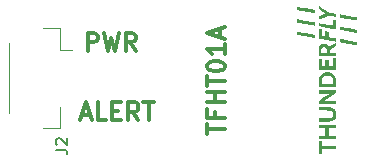
<source format=gbr>
G04 #@! TF.GenerationSoftware,KiCad,Pcbnew,(5.99.0-10394-g2e15de97e0)*
G04 #@! TF.CreationDate,2021-04-26T16:11:07+02:00*
G04 #@! TF.ProjectId,TFHT01A,54464854-3031-4412-9e6b-696361645f70,REV*
G04 #@! TF.SameCoordinates,PX78dfd90PY8290510*
G04 #@! TF.FileFunction,Legend,Top*
G04 #@! TF.FilePolarity,Positive*
%FSLAX46Y46*%
G04 Gerber Fmt 4.6, Leading zero omitted, Abs format (unit mm)*
G04 Created by KiCad (PCBNEW (5.99.0-10394-g2e15de97e0)) date 2021-04-26 16:11:07*
%MOMM*%
%LPD*%
G01*
G04 APERTURE LIST*
%ADD10C,0.300000*%
%ADD11C,0.150000*%
%ADD12C,0.120000*%
G04 APERTURE END LIST*
D10*
X-119894658Y146743028D02*
X-119894658Y148243028D01*
X-119323229Y148243028D01*
X-119180372Y148171600D01*
X-119108943Y148100171D01*
X-119037515Y147957314D01*
X-119037515Y147743028D01*
X-119108943Y147600171D01*
X-119180372Y147528742D01*
X-119323229Y147457314D01*
X-119894658Y147457314D01*
X-118537515Y148243028D02*
X-118180372Y146743028D01*
X-117894658Y147814457D01*
X-117608943Y146743028D01*
X-117251800Y148243028D01*
X-115823229Y146743028D02*
X-116323229Y147457314D01*
X-116680372Y146743028D02*
X-116680372Y148243028D01*
X-116108943Y148243028D01*
X-115966086Y148171600D01*
X-115894658Y148100171D01*
X-115823229Y147957314D01*
X-115823229Y147743028D01*
X-115894658Y147600171D01*
X-115966086Y147528742D01*
X-116108943Y147457314D01*
X-116680372Y147457314D01*
X-109787429Y139721200D02*
X-109787429Y140578342D01*
X-108287429Y140149771D02*
X-109787429Y140149771D01*
X-109073143Y141578342D02*
X-109073143Y141078342D01*
X-108287429Y141078342D02*
X-109787429Y141078342D01*
X-109787429Y141792628D01*
X-108287429Y142364057D02*
X-109787429Y142364057D01*
X-109073143Y142364057D02*
X-109073143Y143221200D01*
X-108287429Y143221200D02*
X-109787429Y143221200D01*
X-109787429Y143721200D02*
X-109787429Y144578342D01*
X-108287429Y144149771D02*
X-109787429Y144149771D01*
X-109787429Y145364057D02*
X-109787429Y145506914D01*
X-109716000Y145649771D01*
X-109644572Y145721200D01*
X-109501715Y145792628D01*
X-109216000Y145864057D01*
X-108858858Y145864057D01*
X-108573143Y145792628D01*
X-108430286Y145721200D01*
X-108358858Y145649771D01*
X-108287429Y145506914D01*
X-108287429Y145364057D01*
X-108358858Y145221200D01*
X-108430286Y145149771D01*
X-108573143Y145078342D01*
X-108858858Y145006914D01*
X-109216000Y145006914D01*
X-109501715Y145078342D01*
X-109644572Y145149771D01*
X-109716000Y145221200D01*
X-109787429Y145364057D01*
X-108287429Y147292628D02*
X-108287429Y146435485D01*
X-108287429Y146864057D02*
X-109787429Y146864057D01*
X-109573143Y146721200D01*
X-109430286Y146578342D01*
X-109358858Y146435485D01*
X-108716000Y147864057D02*
X-108716000Y148578342D01*
X-108287429Y147721200D02*
X-109787429Y148221200D01*
X-108287429Y148721200D01*
X-120372486Y141304200D02*
X-119658200Y141304200D01*
X-120515343Y140875628D02*
X-120015343Y142375628D01*
X-119515343Y140875628D01*
X-118301058Y140875628D02*
X-119015343Y140875628D01*
X-119015343Y142375628D01*
X-117801058Y141661342D02*
X-117301058Y141661342D01*
X-117086772Y140875628D02*
X-117801058Y140875628D01*
X-117801058Y142375628D01*
X-117086772Y142375628D01*
X-115586772Y140875628D02*
X-116086772Y141589914D01*
X-116443915Y140875628D02*
X-116443915Y142375628D01*
X-115872486Y142375628D01*
X-115729629Y142304200D01*
X-115658200Y142232771D01*
X-115586772Y142089914D01*
X-115586772Y141875628D01*
X-115658200Y141732771D01*
X-115729629Y141661342D01*
X-115872486Y141589914D01*
X-116443915Y141589914D01*
X-115158200Y142375628D02*
X-114301058Y142375628D01*
X-114729629Y140875628D02*
X-114729629Y142375628D01*
D11*
G04 #@! TO.C,J2*
X-122594620Y138350666D02*
X-121880334Y138350666D01*
X-121737477Y138303047D01*
X-121642239Y138207809D01*
X-121594620Y138064952D01*
X-121594620Y137969714D01*
X-122499381Y138779238D02*
X-122547000Y138826857D01*
X-122594620Y138922095D01*
X-122594620Y139160190D01*
X-122547000Y139255428D01*
X-122499381Y139303047D01*
X-122404143Y139350666D01*
X-122308905Y139350666D01*
X-122166048Y139303047D01*
X-121594620Y138731619D01*
X-121594620Y139350666D01*
G04 #@! TO.C,G\u002A\u002A\u002A*
G36*
X-97871599Y147611004D02*
G01*
X-97762815Y147591895D01*
X-97657410Y147573371D01*
X-97557085Y147555731D01*
X-97463540Y147539275D01*
X-97378476Y147524302D01*
X-97303594Y147511112D01*
X-97240594Y147500003D01*
X-97191176Y147491276D01*
X-97157041Y147485230D01*
X-97143852Y147482879D01*
X-97058909Y147467642D01*
X-97058909Y147335574D01*
X-97059015Y147283953D01*
X-97059607Y147247905D01*
X-97061100Y147224636D01*
X-97063911Y147211354D01*
X-97068453Y147205264D01*
X-97075143Y147203575D01*
X-97078531Y147203506D01*
X-97090200Y147205046D01*
X-97118082Y147209473D01*
X-97160514Y147216495D01*
X-97215827Y147225821D01*
X-97282358Y147237158D01*
X-97358439Y147250216D01*
X-97442406Y147264703D01*
X-97532592Y147280327D01*
X-97627332Y147296796D01*
X-97724960Y147313820D01*
X-97823810Y147331107D01*
X-97922216Y147348364D01*
X-98018513Y147365302D01*
X-98111036Y147381627D01*
X-98198117Y147397048D01*
X-98278092Y147411275D01*
X-98349295Y147424015D01*
X-98410059Y147434977D01*
X-98458720Y147443869D01*
X-98493611Y147450399D01*
X-98513067Y147454277D01*
X-98516638Y147455209D01*
X-98517487Y147464907D01*
X-98517886Y147489641D01*
X-98517828Y147526089D01*
X-98517305Y147570927D01*
X-98516953Y147590983D01*
X-98514405Y147723893D01*
X-97871599Y147611004D01*
G37*
G36*
X-100325535Y144000957D02*
G01*
X-100324215Y144089810D01*
X-100322894Y144162521D01*
X-100321440Y144221313D01*
X-100319721Y144268411D01*
X-100317606Y144306037D01*
X-100314961Y144336414D01*
X-100311655Y144361767D01*
X-100307557Y144384319D01*
X-100302533Y144406292D01*
X-100301133Y144411893D01*
X-100264815Y144521407D01*
X-100214510Y144619325D01*
X-100150798Y144705060D01*
X-100074254Y144778023D01*
X-99985458Y144837628D01*
X-99884986Y144883287D01*
X-99817146Y144904317D01*
X-99731823Y144920682D01*
X-99637420Y144928868D01*
X-99540723Y144928803D01*
X-99448522Y144920416D01*
X-99387155Y144908805D01*
X-99279432Y144874051D01*
X-99181825Y144824941D01*
X-99095454Y144762350D01*
X-99021436Y144687158D01*
X-98960891Y144600241D01*
X-98937641Y144556080D01*
X-98922397Y144523746D01*
X-98909801Y144495070D01*
X-98899580Y144467895D01*
X-98891461Y144440063D01*
X-98885171Y144409419D01*
X-98880438Y144373804D01*
X-98876989Y144331064D01*
X-98874551Y144279039D01*
X-98872851Y144215575D01*
X-98871617Y144138514D01*
X-98870577Y144045699D01*
X-98870357Y144023914D01*
X-98866780Y143668076D01*
X-100330184Y143668076D01*
X-100326465Y143934381D01*
X-100080095Y143934381D01*
X-99106704Y143934381D01*
X-99106704Y144103813D01*
X-99107270Y144161663D01*
X-99108840Y144216721D01*
X-99111221Y144264920D01*
X-99114219Y144302194D01*
X-99117037Y144321908D01*
X-99142474Y144400068D01*
X-99183075Y144468389D01*
X-99238042Y144526114D01*
X-99306574Y144572486D01*
X-99387874Y144606747D01*
X-99429725Y144618322D01*
X-99485798Y144627374D01*
X-99552969Y144631803D01*
X-99624582Y144631684D01*
X-99693981Y144627094D01*
X-99754510Y144618106D01*
X-99770255Y144614484D01*
X-99833823Y144595325D01*
X-99885109Y144572418D01*
X-99930188Y144542575D01*
X-99965107Y144512285D01*
X-99999244Y144476785D01*
X-100026175Y144440365D01*
X-100046671Y144400325D01*
X-100061505Y144353971D01*
X-100071449Y144298604D01*
X-100077275Y144231529D01*
X-100079756Y144150048D01*
X-100079986Y144111152D01*
X-100080095Y143934381D01*
X-100326465Y143934381D01*
X-100325535Y144000957D01*
G37*
G36*
X-98498335Y149816335D02*
G01*
X-98486144Y149814038D01*
X-98457310Y149808841D01*
X-98413282Y149801001D01*
X-98355509Y149790773D01*
X-98285440Y149778411D01*
X-98204526Y149764172D01*
X-98114214Y149748311D01*
X-98015955Y149731083D01*
X-97911198Y149712743D01*
X-97801393Y149693546D01*
X-97793544Y149692175D01*
X-97683299Y149672906D01*
X-97577896Y149654461D01*
X-97478798Y149637097D01*
X-97387467Y149621071D01*
X-97305364Y149606641D01*
X-97233953Y149594063D01*
X-97174694Y149583596D01*
X-97129050Y149575496D01*
X-97098484Y149570021D01*
X-97084457Y149567427D01*
X-97084163Y149567367D01*
X-97058909Y149562061D01*
X-97058909Y149429638D01*
X-97059329Y149374505D01*
X-97060703Y149335712D01*
X-97063206Y149311251D01*
X-97067011Y149299114D01*
X-97070388Y149296875D01*
X-97081033Y149298373D01*
X-97108378Y149302816D01*
X-97151036Y149309965D01*
X-97207619Y149319582D01*
X-97276740Y149331428D01*
X-97357012Y149345264D01*
X-97447047Y149360851D01*
X-97545458Y149377951D01*
X-97650856Y149396325D01*
X-97761856Y149415734D01*
X-97800432Y149422493D01*
X-98518996Y149548450D01*
X-98518996Y149820992D01*
X-98498335Y149816335D01*
G37*
G36*
X-98867948Y143153850D02*
G01*
X-99360424Y142825550D01*
X-99852899Y142497251D01*
X-99360424Y142494876D01*
X-98867948Y142492500D01*
X-98867948Y142226355D01*
X-100328035Y142226355D01*
X-100328030Y142357211D01*
X-100328025Y142488068D01*
X-99862935Y142795697D01*
X-99397844Y143103325D01*
X-99863184Y143105705D01*
X-100328525Y143108085D01*
X-100323443Y143378813D01*
X-99595695Y143381164D01*
X-98867948Y143383515D01*
X-98867948Y143153850D01*
G37*
G36*
X-100322708Y146620389D02*
G01*
X-100322308Y146716602D01*
X-100321418Y146796629D01*
X-100319786Y146862650D01*
X-100317158Y146916843D01*
X-100313282Y146961389D01*
X-100307904Y146998466D01*
X-100300772Y147030252D01*
X-100291632Y147058928D01*
X-100280231Y147086672D01*
X-100266316Y147115664D01*
X-100264853Y147118564D01*
X-100218843Y147191265D01*
X-100161839Y147249276D01*
X-100093920Y147292530D01*
X-100021782Y147319257D01*
X-99973929Y147327813D01*
X-99915749Y147331943D01*
X-99853493Y147331775D01*
X-99793413Y147327437D01*
X-99741760Y147319057D01*
X-99720137Y147313087D01*
X-99643043Y147277703D01*
X-99576028Y147227074D01*
X-99519663Y147161667D01*
X-99502113Y147134634D01*
X-99488525Y147112206D01*
X-99479370Y147097393D01*
X-99477535Y147094592D01*
X-99469180Y147098034D01*
X-99446484Y147109284D01*
X-99411252Y147127398D01*
X-99365288Y147151433D01*
X-99310398Y147180444D01*
X-99248386Y147213487D01*
X-99181058Y147249618D01*
X-99179045Y147250702D01*
X-99111294Y147287164D01*
X-99048590Y147320858D01*
X-98992784Y147350795D01*
X-98945724Y147375985D01*
X-98909259Y147395438D01*
X-98885239Y147408164D01*
X-98875513Y147413174D01*
X-98875491Y147413183D01*
X-98872986Y147405559D01*
X-98870833Y147382516D01*
X-98869181Y147347000D01*
X-98868181Y147301955D01*
X-98867948Y147264748D01*
X-98867948Y147113251D01*
X-99131957Y146976399D01*
X-99395967Y146839547D01*
X-99401049Y146569883D01*
X-98867948Y146569883D01*
X-98867948Y146294285D01*
X-99595695Y146296636D01*
X-99627975Y146296740D01*
X-100323443Y146298987D01*
X-100322823Y146569883D01*
X-100100810Y146569883D01*
X-99627975Y146569883D01*
X-99632361Y146719106D01*
X-99635036Y146786711D01*
X-99638741Y146838432D01*
X-99643731Y146876733D01*
X-99650261Y146904080D01*
X-99651985Y146909021D01*
X-99680884Y146966168D01*
X-99719552Y147008144D01*
X-99768888Y147035553D01*
X-99829794Y147049000D01*
X-99863393Y147050672D01*
X-99931726Y147043854D01*
X-99988779Y147022933D01*
X-100034093Y146988193D01*
X-100067209Y146939918D01*
X-100076270Y146918705D01*
X-100083080Y146893731D01*
X-100088369Y146858518D01*
X-100092386Y146810625D01*
X-100095380Y146747607D01*
X-100096167Y146723697D01*
X-100100810Y146569883D01*
X-100322823Y146569883D01*
X-100322708Y146620389D01*
G37*
G36*
X-98867948Y140196926D02*
G01*
X-99492387Y140196926D01*
X-99492387Y139535754D01*
X-98867948Y139535754D01*
X-98867948Y139269449D01*
X-100328035Y139269449D01*
X-100328035Y139535754D01*
X-99749510Y139535754D01*
X-99749510Y140196664D01*
X-100036476Y140199091D01*
X-100323443Y140201517D01*
X-100325984Y140336966D01*
X-100328526Y140472414D01*
X-98867948Y140472414D01*
X-98867948Y140196926D01*
G37*
G36*
X-102093704Y148347142D02*
G01*
X-102079249Y148344627D01*
X-102048182Y148339189D01*
X-102001981Y148331087D01*
X-101942121Y148320581D01*
X-101870080Y148307930D01*
X-101787335Y148293394D01*
X-101695361Y148277231D01*
X-101595636Y148259702D01*
X-101489636Y148241065D01*
X-101378838Y148221580D01*
X-101365706Y148219271D01*
X-100672395Y148097328D01*
X-100669853Y147962637D01*
X-100669175Y147907904D01*
X-100669638Y147869306D01*
X-100671393Y147844635D01*
X-100674591Y147831688D01*
X-100679036Y147828236D01*
X-100689722Y147829839D01*
X-100717103Y147834395D01*
X-100759790Y147841661D01*
X-100816393Y147851397D01*
X-100885521Y147863362D01*
X-100965783Y147877313D01*
X-101055791Y147893011D01*
X-101154153Y147910212D01*
X-101259480Y147928677D01*
X-101370381Y147948163D01*
X-101407030Y147954612D01*
X-102123299Y148080698D01*
X-102128391Y148353072D01*
X-102093704Y148347142D01*
G37*
G36*
X-99104408Y149366555D02*
G01*
X-99086275Y149363011D01*
X-99055499Y149357371D01*
X-99017545Y149350627D01*
X-99001100Y149347760D01*
X-98961031Y149340742D01*
X-98925161Y149334327D01*
X-98899308Y149329559D01*
X-98893201Y149328372D01*
X-98867948Y149323305D01*
X-98867948Y148938351D01*
X-98868058Y148840228D01*
X-98868416Y148759122D01*
X-98869062Y148693687D01*
X-98870035Y148642576D01*
X-98871377Y148604440D01*
X-98873127Y148577934D01*
X-98875325Y148561710D01*
X-98878012Y148554421D01*
X-98879426Y148553697D01*
X-98890073Y148555303D01*
X-98917415Y148559862D01*
X-98960064Y148567134D01*
X-99016630Y148576878D01*
X-99085724Y148588851D01*
X-99165955Y148602812D01*
X-99255936Y148618520D01*
X-99354275Y148635733D01*
X-99459584Y148654210D01*
X-99570473Y148673709D01*
X-99607174Y148680172D01*
X-100323443Y148806347D01*
X-100325984Y148941586D01*
X-100326502Y148989047D01*
X-100326228Y149029227D01*
X-100325240Y149058924D01*
X-100323616Y149074936D01*
X-100322677Y149076825D01*
X-100312233Y149075274D01*
X-100285559Y149070841D01*
X-100244507Y149063849D01*
X-100190931Y149054625D01*
X-100126683Y149043495D01*
X-100053616Y149030784D01*
X-99973584Y149016818D01*
X-99888438Y149001922D01*
X-99800033Y148986423D01*
X-99710221Y148970645D01*
X-99620855Y148954915D01*
X-99533787Y148939558D01*
X-99450872Y148924899D01*
X-99373961Y148911266D01*
X-99304907Y148898982D01*
X-99245565Y148888374D01*
X-99197786Y148879768D01*
X-99163423Y148873489D01*
X-99144329Y148869863D01*
X-99141140Y148869162D01*
X-99136392Y148868762D01*
X-99132681Y148872030D01*
X-99129880Y148880927D01*
X-99127862Y148897413D01*
X-99126500Y148923450D01*
X-99125667Y148960998D01*
X-99125237Y149012018D01*
X-99125083Y149078472D01*
X-99125070Y149117704D01*
X-99125070Y149371028D01*
X-99104408Y149366555D01*
G37*
G36*
X-102111092Y150444099D02*
G01*
X-102084463Y150439688D01*
X-102042488Y150432575D01*
X-101986539Y150422997D01*
X-101917986Y150411189D01*
X-101838201Y150397390D01*
X-101748556Y150381836D01*
X-101650422Y150364764D01*
X-101545171Y150346411D01*
X-101434173Y150327014D01*
X-101390959Y150319451D01*
X-100667803Y150192844D01*
X-100667803Y149920195D01*
X-100693056Y149925477D01*
X-100706000Y149927878D01*
X-100735574Y149933176D01*
X-100780317Y149941115D01*
X-100838767Y149951437D01*
X-100909461Y149963886D01*
X-100990938Y149978204D01*
X-101081735Y149994134D01*
X-101180390Y150011418D01*
X-101285441Y150029800D01*
X-101395427Y150049023D01*
X-101402438Y150050247D01*
X-101512543Y150069492D01*
X-101617702Y150087900D01*
X-101716464Y150105215D01*
X-101807380Y150121182D01*
X-101889000Y150135545D01*
X-101959876Y150148049D01*
X-102018558Y150158439D01*
X-102063597Y150166460D01*
X-102093543Y150171855D01*
X-102106947Y150174370D01*
X-102107228Y150174432D01*
X-102115282Y150176912D01*
X-102120914Y150182003D01*
X-102124556Y150192589D01*
X-102126641Y150211556D01*
X-102127604Y150241792D01*
X-102127877Y150286182D01*
X-102127890Y150312104D01*
X-102127442Y150359198D01*
X-102126209Y150399029D01*
X-102124360Y150428350D01*
X-102122061Y150443915D01*
X-102121003Y150445570D01*
X-102111092Y150444099D01*
G37*
G36*
X-98867948Y145137345D02*
G01*
X-100328035Y145137345D01*
X-100328035Y146074005D01*
X-100061729Y146074005D01*
X-100061729Y145412833D01*
X-99758983Y145412833D01*
X-99756542Y145667660D01*
X-99754101Y145922486D01*
X-99492387Y145927582D01*
X-99492387Y145412833D01*
X-99125070Y145412833D01*
X-99125070Y146092371D01*
X-98867948Y146092371D01*
X-98867948Y145137345D01*
G37*
G36*
X-99820677Y141948636D02*
G01*
X-99711158Y141947921D01*
X-99618378Y141947238D01*
X-99540713Y141946520D01*
X-99476535Y141945699D01*
X-99424219Y141944705D01*
X-99382139Y141943473D01*
X-99348669Y141941932D01*
X-99322183Y141940017D01*
X-99301056Y141937658D01*
X-99283662Y141934787D01*
X-99268373Y141931337D01*
X-99253566Y141927240D01*
X-99244598Y141924553D01*
X-99144588Y141886137D01*
X-99057695Y141835812D01*
X-98984497Y141774121D01*
X-98925570Y141701606D01*
X-98881495Y141618810D01*
X-98862989Y141566379D01*
X-98854728Y141531303D01*
X-98846665Y141485355D01*
X-98839670Y141435078D01*
X-98834608Y141387013D01*
X-98832347Y141347701D01*
X-98832423Y141335851D01*
X-98834134Y141309667D01*
X-98837395Y141273586D01*
X-98841016Y141239737D01*
X-98860899Y141139422D01*
X-98895817Y141048365D01*
X-98945038Y140967645D01*
X-99007830Y140898341D01*
X-99083460Y140841532D01*
X-99127782Y140817208D01*
X-99163077Y140800899D01*
X-99198233Y140786939D01*
X-99234927Y140775165D01*
X-99274835Y140765414D01*
X-99319637Y140757522D01*
X-99371008Y140751327D01*
X-99430627Y140746664D01*
X-99500172Y140743372D01*
X-99581318Y140741287D01*
X-99675745Y140740246D01*
X-99785129Y140740085D01*
X-99911147Y140740642D01*
X-99914802Y140740666D01*
X-100323443Y140743311D01*
X-100325984Y140878759D01*
X-100328526Y141014207D01*
X-99897347Y141014207D01*
X-99793747Y141014431D01*
X-99698211Y141015079D01*
X-99612393Y141016120D01*
X-99537951Y141017521D01*
X-99476540Y141019249D01*
X-99429815Y141021271D01*
X-99399434Y141023556D01*
X-99395100Y141024092D01*
X-99310508Y141041234D01*
X-99241466Y141067488D01*
X-99187095Y141103753D01*
X-99146516Y141150933D01*
X-99118852Y141209929D01*
X-99103221Y141281643D01*
X-99099408Y141327464D01*
X-99101225Y141411214D01*
X-99115268Y141481730D01*
X-99142334Y141540156D01*
X-99183218Y141587634D01*
X-99238715Y141625305D01*
X-99309622Y141654312D01*
X-99331662Y141660848D01*
X-99347447Y141664889D01*
X-99364301Y141668303D01*
X-99383931Y141671158D01*
X-99408040Y141673525D01*
X-99438332Y141675471D01*
X-99476513Y141677067D01*
X-99524287Y141678381D01*
X-99583358Y141679483D01*
X-99655432Y141680440D01*
X-99742212Y141681323D01*
X-99845404Y141682201D01*
X-99862001Y141682333D01*
X-100328035Y141686023D01*
X-100328035Y141951864D01*
X-99820677Y141948636D01*
G37*
G36*
X-101457536Y149277654D02*
G01*
X-101347643Y149258320D01*
X-101241727Y149239696D01*
X-101141379Y149222061D01*
X-101048191Y149205695D01*
X-100963755Y149190875D01*
X-100889662Y149177882D01*
X-100827503Y149166995D01*
X-100778872Y149158493D01*
X-100745359Y149152656D01*
X-100729788Y149149970D01*
X-100667803Y149139446D01*
X-100667803Y148865267D01*
X-100688465Y148870223D01*
X-100700604Y148872564D01*
X-100729409Y148877819D01*
X-100773457Y148885735D01*
X-100831323Y148896062D01*
X-100901583Y148908545D01*
X-100982813Y148922932D01*
X-101073589Y148938971D01*
X-101172486Y148956410D01*
X-101278081Y148974996D01*
X-101388949Y148994475D01*
X-101415649Y148999162D01*
X-101527032Y149018739D01*
X-101633092Y149037444D01*
X-101732450Y149055028D01*
X-101823729Y149071245D01*
X-101905549Y149085848D01*
X-101976532Y149098591D01*
X-102035300Y149109225D01*
X-102080475Y149117506D01*
X-102110677Y149123184D01*
X-102124529Y149126015D01*
X-102125284Y149126255D01*
X-102126222Y149136045D01*
X-102126695Y149160861D01*
X-102126690Y149197368D01*
X-102126193Y149242234D01*
X-102125847Y149262090D01*
X-102123299Y149394812D01*
X-101457536Y149277654D01*
G37*
G36*
X-100287890Y148626271D02*
G01*
X-100251872Y148621099D01*
X-100208226Y148613898D01*
X-100196885Y148611898D01*
X-100151661Y148603908D01*
X-100113021Y148597238D01*
X-100084520Y148592491D01*
X-100069715Y148590269D01*
X-100068617Y148590179D01*
X-100066955Y148581343D01*
X-100065437Y148556302D01*
X-100064114Y148517213D01*
X-100063034Y148466237D01*
X-100062249Y148405533D01*
X-100061808Y148337259D01*
X-100061729Y148292335D01*
X-100061729Y147994540D01*
X-100013519Y147984984D01*
X-99981481Y147978870D01*
X-99939159Y147971108D01*
X-99894375Y147963127D01*
X-99882662Y147961083D01*
X-99843339Y147954163D01*
X-99808946Y147947939D01*
X-99784943Y147943407D01*
X-99779354Y147942264D01*
X-99758693Y147937791D01*
X-99758693Y148167539D01*
X-99758488Y148241837D01*
X-99757820Y148299451D01*
X-99756604Y148342058D01*
X-99754757Y148371338D01*
X-99752193Y148388968D01*
X-99748831Y148396626D01*
X-99747214Y148397273D01*
X-99734570Y148395688D01*
X-99708225Y148391457D01*
X-99672522Y148385355D01*
X-99631804Y148378154D01*
X-99590417Y148370629D01*
X-99552702Y148363552D01*
X-99523004Y148357696D01*
X-99513049Y148355585D01*
X-99492387Y148351023D01*
X-99492387Y147892576D01*
X-99471726Y147887888D01*
X-99457395Y147885127D01*
X-99427568Y147879743D01*
X-99384855Y147872193D01*
X-99331865Y147862936D01*
X-99271208Y147852430D01*
X-99207716Y147841515D01*
X-99140273Y147829914D01*
X-99076282Y147818817D01*
X-99018741Y147808751D01*
X-98970646Y147800242D01*
X-98934994Y147793817D01*
X-98916158Y147790279D01*
X-98867948Y147780729D01*
X-98867948Y147648227D01*
X-98868175Y147595876D01*
X-98869053Y147559210D01*
X-98870881Y147535555D01*
X-98873954Y147522234D01*
X-98878571Y147516569D01*
X-98882656Y147515726D01*
X-98894378Y147517282D01*
X-98922353Y147521755D01*
X-98964909Y147528849D01*
X-99020372Y147538269D01*
X-99087071Y147549720D01*
X-99163332Y147562908D01*
X-99247483Y147577537D01*
X-99337852Y147593312D01*
X-99432765Y147609939D01*
X-99530550Y147627122D01*
X-99629535Y147644566D01*
X-99728047Y147661977D01*
X-99824413Y147679058D01*
X-99916961Y147695517D01*
X-100004018Y147711056D01*
X-100083911Y147725382D01*
X-100154968Y147738199D01*
X-100215516Y147749213D01*
X-100263882Y147758128D01*
X-100298395Y147764649D01*
X-100317381Y147768482D01*
X-100320583Y147769326D01*
X-100321983Y147779044D01*
X-100323256Y147804916D01*
X-100324394Y147844730D01*
X-100325391Y147896275D01*
X-100326241Y147957340D01*
X-100326936Y148025712D01*
X-100327470Y148099181D01*
X-100327838Y148175535D01*
X-100328031Y148252563D01*
X-100328043Y148328052D01*
X-100327868Y148399792D01*
X-100327500Y148465571D01*
X-100326930Y148523177D01*
X-100326154Y148570399D01*
X-100325164Y148605026D01*
X-100323954Y148624846D01*
X-100323150Y148628684D01*
X-100312807Y148628954D01*
X-100287890Y148626271D01*
G37*
G36*
X-100061729Y138709290D02*
G01*
X-98867948Y138709290D01*
X-98867948Y138442985D01*
X-100061729Y138442985D01*
X-100061729Y138029753D01*
X-100328035Y138029753D01*
X-100328035Y139122522D01*
X-100061729Y139122522D01*
X-100061729Y138709290D01*
G37*
G36*
X-99928577Y150315845D02*
G01*
X-99853544Y150257842D01*
X-99782339Y150202992D01*
X-99716383Y150152375D01*
X-99657094Y150107069D01*
X-99605891Y150068157D01*
X-99564193Y150036717D01*
X-99533418Y150013829D01*
X-99514987Y150000573D01*
X-99510753Y149997846D01*
X-99496314Y149993340D01*
X-99466115Y149986283D01*
X-99422513Y149977147D01*
X-99367864Y149966400D01*
X-99304526Y149954510D01*
X-99234854Y149941948D01*
X-99193942Y149934792D01*
X-99122172Y149922320D01*
X-99055757Y149910667D01*
X-98996980Y149900242D01*
X-98948127Y149891455D01*
X-98911481Y149884715D01*
X-98889327Y149880432D01*
X-98884018Y149879235D01*
X-98877683Y149875651D01*
X-98873255Y149867365D01*
X-98870399Y149851541D01*
X-98868785Y149825343D01*
X-98868080Y149785934D01*
X-98867948Y149741969D01*
X-98868319Y149695008D01*
X-98869339Y149655364D01*
X-98870869Y149626274D01*
X-98872770Y149610972D01*
X-98873634Y149609435D01*
X-98883699Y149610968D01*
X-98909748Y149615327D01*
X-98949680Y149622149D01*
X-99001392Y149631071D01*
X-99062782Y149641731D01*
X-99131747Y149653766D01*
X-99193980Y149664671D01*
X-99508640Y149719907D01*
X-99913488Y149549884D01*
X-99994671Y149515833D01*
X-100070629Y149484057D01*
X-100139698Y149455247D01*
X-100200210Y149430093D01*
X-100250501Y149409287D01*
X-100288905Y149393520D01*
X-100313755Y149383482D01*
X-100323387Y149379864D01*
X-100323418Y149379861D01*
X-100325001Y149388523D01*
X-100326060Y149412435D01*
X-100326540Y149448488D01*
X-100326385Y149493573D01*
X-100325972Y149523275D01*
X-100323443Y149666688D01*
X-100036689Y149782693D01*
X-99968710Y149810325D01*
X-99906492Y149835872D01*
X-99852000Y149858504D01*
X-99807202Y149877395D01*
X-99774064Y149891717D01*
X-99754552Y149900644D01*
X-99750041Y149903289D01*
X-99757197Y149909579D01*
X-99777551Y149925549D01*
X-99809509Y149949994D01*
X-99851476Y149981710D01*
X-99901857Y150019492D01*
X-99959057Y150062137D01*
X-100021481Y150108440D01*
X-100035586Y150118872D01*
X-100099142Y150166028D01*
X-100157969Y150210014D01*
X-100210442Y150249590D01*
X-100254937Y150283515D01*
X-100289829Y150310550D01*
X-100313493Y150329453D01*
X-100324305Y150338985D01*
X-100324786Y150339666D01*
X-100325947Y150351906D01*
X-100326615Y150379001D01*
X-100326760Y150417443D01*
X-100326354Y150463727D01*
X-100325995Y150485541D01*
X-100323443Y150621614D01*
X-99928577Y150315845D01*
G37*
G36*
X-98497078Y148762699D02*
G01*
X-98469697Y148758139D01*
X-98427011Y148750867D01*
X-98370409Y148741123D01*
X-98301283Y148729149D01*
X-98221021Y148715187D01*
X-98131015Y148699478D01*
X-98032655Y148682264D01*
X-97927329Y148663786D01*
X-97816430Y148644286D01*
X-97779770Y148637830D01*
X-97063501Y148511655D01*
X-97058409Y148239479D01*
X-97093095Y148245427D01*
X-97107551Y148247944D01*
X-97138618Y148253381D01*
X-97184821Y148261478D01*
X-97244682Y148271978D01*
X-97316725Y148284620D01*
X-97399473Y148299145D01*
X-97491449Y148315294D01*
X-97591176Y148332809D01*
X-97697178Y148351429D01*
X-97807979Y148370895D01*
X-97821093Y148373200D01*
X-98514405Y148495024D01*
X-98516946Y148629814D01*
X-98517624Y148684567D01*
X-98517162Y148723186D01*
X-98515410Y148747875D01*
X-98512216Y148760839D01*
X-98507763Y148764305D01*
X-98497078Y148762699D01*
G37*
D12*
G04 #@! TO.C,J2*
X-123686000Y148641000D02*
X-122236000Y148641000D01*
X-126506000Y147371000D02*
X-126506000Y141441000D01*
X-122236000Y148641000D02*
X-122236000Y146841000D01*
X-122236000Y146841000D02*
X-121246000Y146841000D01*
X-122236000Y140171000D02*
X-122236000Y141971000D01*
X-123686000Y140171000D02*
X-122236000Y140171000D01*
G04 #@! TD*
M02*

</source>
